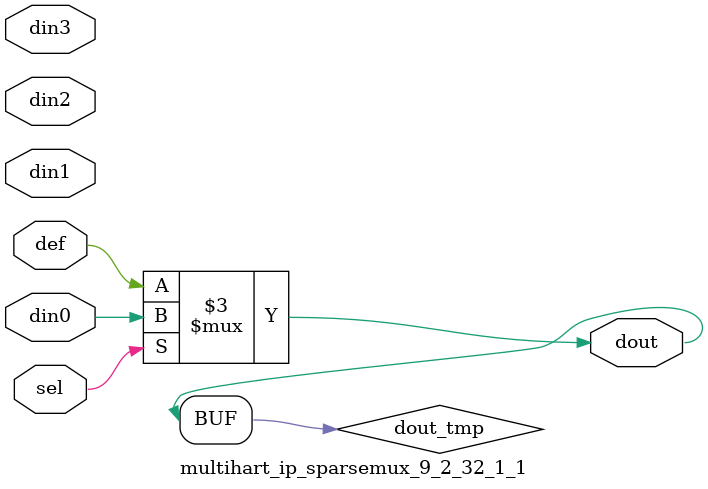
<source format=v>
`timescale 1ns / 1ps

module multihart_ip_sparsemux_9_2_32_1_1 (din0,din1,din2,din3,def,sel,dout);

parameter din0_WIDTH = 1;

parameter din1_WIDTH = 1;

parameter din2_WIDTH = 1;

parameter din3_WIDTH = 1;

parameter def_WIDTH = 1;
parameter sel_WIDTH = 1;
parameter dout_WIDTH = 1;

parameter [sel_WIDTH-1:0] CASE0 = 1;

parameter [sel_WIDTH-1:0] CASE1 = 1;

parameter [sel_WIDTH-1:0] CASE2 = 1;

parameter [sel_WIDTH-1:0] CASE3 = 1;

parameter ID = 1;
parameter NUM_STAGE = 1;



input [din0_WIDTH-1:0] din0;

input [din1_WIDTH-1:0] din1;

input [din2_WIDTH-1:0] din2;

input [din3_WIDTH-1:0] din3;

input [def_WIDTH-1:0] def;
input [sel_WIDTH-1:0] sel;

output [dout_WIDTH-1:0] dout;



reg [dout_WIDTH-1:0] dout_tmp;


always @ (*) begin
(* parallel_case *) case (sel)
    
    CASE0 : dout_tmp = din0;
    
    CASE1 : dout_tmp = din1;
    
    CASE2 : dout_tmp = din2;
    
    CASE3 : dout_tmp = din3;
    
    default : dout_tmp = def;
endcase
end


assign dout = dout_tmp;



endmodule

</source>
